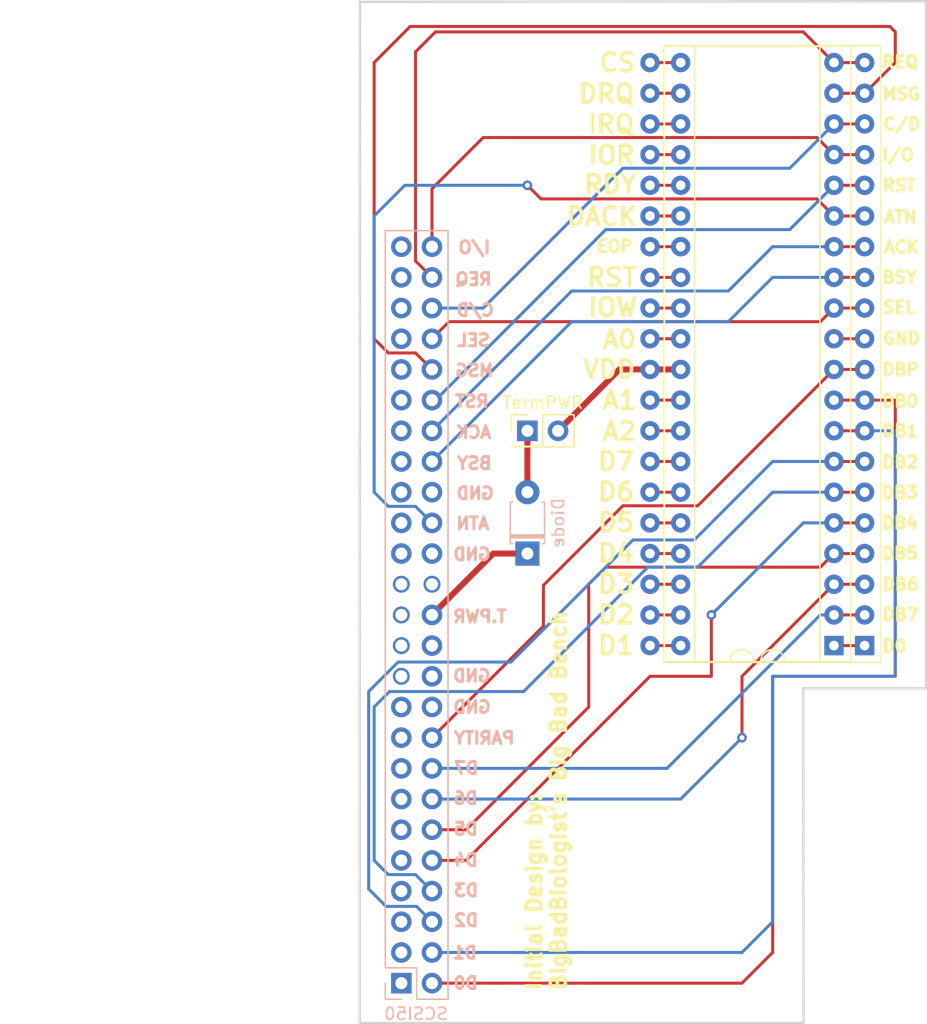
<source format=kicad_pcb>
(kicad_pcb (version 20221018) (generator pcbnew)
  (layers (0 "F.Cu" signal) (1 "In1.Cu" signal) (2 "In2.Cu" signal) (31 "B.Cu" signal) (34 "B.Paste" user) (35 "F.Paste" user) (36 "B.SilkS" user "B.Silkscreen") (37 "F.SilkS" user "F.Silkscreen") (38 "B.Mask" user) (39 "F.Mask" user) (44 "Edge.Cuts" user))
  (net 0 "")
  (net 1 "GND")
  (net 2 "D7")
  (net 3 "D6")
  (net 4 "D5")
  (net 5 "D4")
  (net 6 "D3")
  (net 7 "D2")
  (net 8 "D1")
  (net 9 "D0")
  (net 10 "I/O")
  (net 11 "REQ")
  (net 12 "MSG")
  (net 13 "SEL")
  (net 14 "BSY")
  (net 15 "RST")
  (net 16 "ATN")
  (net 17 "ACK")
  (net 18 "C/D")
  (net 19 "VDD/Tpower")
  (net 20 "parity")
  (footprint "Connector_PinHeader_2.54mm:PinHeader_2x01_P2.54mm_Vertical" (layer "F.Cu") (at 68.58 91.44)
    (fp_text reference "TermPWR" (at 1.27 -2.33) (layer "F.SilkS"))
    (fp_text value "PinHeader_2x01_P2.54mm_Vertical")
    (fp_line (start -1.33 -1.33) (end 0 -1.33) (stroke (width 0.12)) (layer "F.SilkS"))
    (fp_line (start -1.33 0) (end -1.33 -1.33) (stroke (width 0.12)) (layer "F.SilkS"))
    (fp_line (start -1.33 1.27) (end -1.33 1.33) (stroke (width 0.12)) (layer "F.SilkS"))
    (fp_line (start -1.33 1.27) (end 1.27 1.27) (stroke (width 0.12)) (layer "F.SilkS"))
    (fp_line (start -1.33 1.33) (end 3.87 1.33) (stroke (width 0.12)) (layer "F.SilkS"))
    (fp_line (start 1.27 -1.33) (end 3.87 -1.33) (stroke (width 0.12)) (layer "F.SilkS"))
    (fp_line (start 1.27 1.27) (end 1.27 -1.33) (stroke (width 0.12)) (layer "F.SilkS"))
    (fp_line (start 3.87 -1.33) (end 3.87 1.33) (stroke (width 0.12)) (layer "F.SilkS"))
    (pad "1" thru_hole rect (at 0 0) (size 1.7 1.7) (drill 1) (layers "*.Cu" "*.Mask") (net 19 "VDD/Tpower"))
    (pad "2" thru_hole oval (at 2.54 0) (size 1.7 1.7) (drill 1) (layers "*.Cu" "*.Mask") (net 19 "VDD/Tpower"))
  )
  (footprint "Package_DIP:DIP-40_W15.24mm_Socket" (layer "F.Cu") (at 96.52 109.22 180)
    (fp_text reference "<-Socket" hide)
    (fp_text value "DIP-40_W15.24mm_Socket")
    (fp_line (start -1.33 -1.39) (end -1.33 49.65) (stroke (width 0.12)) (layer "F.SilkS"))
    (fp_line (start -1.33 49.65) (end 16.57 49.65) (stroke (width 0.12)) (layer "F.SilkS"))
    (fp_line (start 1.16 -1.33) (end 1.16 49.59) (stroke (width 0.12)) (layer "F.SilkS"))
    (fp_line (start 1.16 49.59) (end 14.08 49.59) (stroke (width 0.12)) (layer "F.SilkS"))
    (fp_line (start 6.62 -1.33) (end 1.16 -1.33) (stroke (width 0.12)) (layer "F.SilkS"))
    (fp_line (start 14.08 -1.33) (end 8.62 -1.33) (stroke (width 0.12)) (layer "F.SilkS"))
    (fp_line (start 14.08 49.59) (end 14.08 -1.33) (stroke (width 0.12)) (layer "F.SilkS"))
    (fp_line (start 16.57 -1.39) (end -1.33 -1.39) (stroke (width 0.12)) (layer "F.SilkS"))
    (fp_line (start 16.57 49.65) (end 16.57 -1.39) (stroke (width 0.12)) (layer "F.SilkS"))
    (fp_arc (start 8.62 -1.33) (mid 7.62 -0.33) (end 6.62 -1.33) (stroke (width 0.12)) (layer "F.SilkS"))
    (pad "1" thru_hole rect (at 0 0 180) (size 1.6 1.6) (drill 0.8) (layers "*.Cu" "*.Mask"))
    (pad "2" thru_hole oval (at 0 2.54 180) (size 1.6 1.6) (drill 0.8) (layers "*.Cu" "*.Mask") (net 2 "D7"))
    (pad "3" thru_hole oval (at 0 5.08 180) (size 1.6 1.6) (drill 0.8) (layers "*.Cu" "*.Mask") (net 3 "D6"))
    (pad "4" thru_hole oval (at 0 7.62 180) (size 1.6 1.6) (drill 0.8) (layers "*.Cu" "*.Mask") (net 4 "D5"))
    (pad "5" thru_hole oval (at 0 10.16 180) (size 1.6 1.6) (drill 0.8) (layers "*.Cu" "*.Mask") (net 5 "D4"))
    (pad "6" thru_hole oval (at 0 12.7 180) (size 1.6 1.6) (drill 0.8) (layers "*.Cu" "*.Mask") (net 6 "D3"))
    (pad "7" thru_hole oval (at 0 15.24 180) (size 1.6 1.6) (drill 0.8) (layers "*.Cu" "*.Mask") (net 7 "D2"))
    (pad "8" thru_hole oval (at 0 17.78 180) (size 1.6 1.6) (drill 0.8) (layers "*.Cu" "*.Mask") (net 8 "D1"))
    (pad "9" thru_hole oval (at 0 20.32 180) (size 1.6 1.6) (drill 0.8) (layers "*.Cu" "*.Mask") (net 9 "D0"))
    (pad "10" thru_hole oval (at 0 22.86 180) (size 1.6 1.6) (drill 0.8) (layers "*.Cu" "*.Mask") (net 20 "parity"))
    (pad "11" thru_hole oval (at 0 25.4 180) (size 1.6 1.6) (drill 0.8) (layers "*.Cu" "*.Mask") (net 1 "GND"))
    (pad "12" thru_hole oval (at 0 27.94 180) (size 1.6 1.6) (drill 0.8) (layers "*.Cu" "*.Mask") (net 13 "SEL"))
    (pad "13" thru_hole oval (at 0 30.48 180) (size 1.6 1.6) (drill 0.8) (layers "*.Cu" "*.Mask") (net 14 "BSY"))
    (pad "14" thru_hole oval (at 0 33.02 180) (size 1.6 1.6) (drill 0.8) (layers "*.Cu" "*.Mask") (net 17 "ACK"))
    (pad "15" thru_hole oval (at 0 35.56 180) (size 1.6 1.6) (drill 0.8) (layers "*.Cu" "*.Mask") (net 16 "ATN"))
    (pad "16" thru_hole oval (at 0 38.1 180) (size 1.6 1.6) (drill 0.8) (layers "*.Cu" "*.Mask") (net 15 "RST"))
    (pad "17" thru_hole oval (at 0 40.64 180) (size 1.6 1.6) (drill 0.8) (layers "*.Cu" "*.Mask") (net 10 "I/O"))
    (pad "18" thru_hole oval (at 0 43.18 180) (size 1.6 1.6) (drill 0.8) (layers "*.Cu" "*.Mask") (net 18 "C/D"))
    (pad "19" thru_hole oval (at 0 45.72 180) (size 1.6 1.6) (drill 0.8) (layers "*.Cu" "*.Mask") (net 12 "MSG"))
    (pad "20" thru_hole oval (at 0 48.26 180) (size 1.6 1.6) (drill 0.8) (layers "*.Cu" "*.Mask") (net 11 "REQ"))
    (pad "21" thru_hole oval (at 15.24 48.26 180) (size 1.6 1.6) (drill 0.8) (layers "*.Cu" "*.Mask"))
    (pad "22" thru_hole oval (at 15.24 45.72 180) (size 1.6 1.6) (drill 0.8) (layers "*.Cu" "*.Mask"))
    (pad "23" thru_hole oval (at 15.24 43.18 180) (size 1.6 1.6) (drill 0.8) (layers "*.Cu" "*.Mask"))
    (pad "24" thru_hole oval (at 15.24 40.64 180) (size 1.6 1.6) (drill 0.8) (layers "*.Cu" "*.Mask"))
    (pad "25" thru_hole oval (at 15.24 38.1 180) (size 1.6 1.6) (drill 0.8) (layers "*.Cu" "*.Mask"))
    (pad "26" thru_hole oval (at 15.24 35.56 180) (size 1.6 1.6) (drill 0.8) (layers "*.Cu" "*.Mask"))
    (pad "27" thru_hole oval (at 15.24 33.02 180) (size 1.6 1.6) (drill 0.8) (layers "*.Cu" "*.Mask"))
    (pad "28" thru_hole oval (at 15.24 30.48 180) (size 1.6 1.6) (drill 0.8) (layers "*.Cu" "*.Mask"))
    (pad "29" thru_hole oval (at 15.24 27.94 180) (size 1.6 1.6) (drill 0.8) (layers "*.Cu" "*.Mask"))
    (pad "30" thru_hole oval (at 15.24 25.4 180) (size 1.6 1.6) (drill 0.8) (layers "*.Cu" "*.Mask"))
    (pad "31" thru_hole oval (at 15.24 22.86 180) (size 1.6 1.6) (drill 0.8) (layers "*.Cu" "*.Mask") (net 19 "VDD/Tpower"))
    (pad "32" thru_hole oval (at 15.24 20.32 180) (size 1.6 1.6) (drill 0.8) (layers "*.Cu" "*.Mask"))
    (pad "33" thru_hole oval (at 15.24 17.78 180) (size 1.6 1.6) (drill 0.8) (layers "*.Cu" "*.Mask"))
    (pad "34" thru_hole oval (at 15.24 15.24 180) (size 1.6 1.6) (drill 0.8) (layers "*.Cu" "*.Mask"))
    (pad "35" thru_hole oval (at 15.24 12.7 180) (size 1.6 1.6) (drill 0.8) (layers "*.Cu" "*.Mask"))
    (pad "36" thru_hole oval (at 15.24 10.16 180) (size 1.6 1.6) (drill 0.8) (layers "*.Cu" "*.Mask"))
    (pad "37" thru_hole oval (at 15.24 7.62 180) (size 1.6 1.6) (drill 0.8) (layers "*.Cu" "*.Mask"))
    (pad "38" thru_hole oval (at 15.24 5.08 180) (size 1.6 1.6) (drill 0.8) (layers "*.Cu" "*.Mask"))
    (pad "39" thru_hole oval (at 15.24 2.54 180) (size 1.6 1.6) (drill 0.8) (layers "*.Cu" "*.Mask"))
    (pad "40" thru_hole oval (at 15.24 0 180) (size 1.6 1.6) (drill 0.8) (layers "*.Cu" "*.Mask"))
  )
  (footprint "Package_DIP:DIP-40_W15.24mm" (layer "F.Cu") (at 93.98 109.22 180)
    (fp_text reference "<-Socket" hide)
    (fp_text value "DIP-40_W15.24mm")
    (fp_line (start 1.16 -1.33) (end 1.16 49.59) (stroke (width 0.12)) (layer "F.SilkS"))
    (fp_line (start 1.16 49.59) (end 14.08 49.59) (stroke (width 0.12)) (layer "F.SilkS"))
    (fp_line (start 6.62 -1.33) (end 1.16 -1.33) (stroke (width 0.12)) (layer "F.SilkS"))
    (fp_line (start 14.08 -1.33) (end 8.62 -1.33) (stroke (width 0.12)) (layer "F.SilkS"))
    (fp_line (start 14.08 49.59) (end 14.08 -1.33) (stroke (width 0.12)) (layer "F.SilkS"))
    (fp_arc (start 8.62 -1.33) (mid 7.62 -0.33) (end 6.62 -1.33) (stroke (width 0.12)) (layer "F.SilkS"))
    (pad "1" thru_hole rect (at 0 0 180) (size 1.6 1.6) (drill 0.8) (layers "*.Cu" "*.Mask"))
    (pad "2" thru_hole oval (at 0 2.54 180) (size 1.6 1.6) (drill 0.8) (layers "*.Cu" "*.Mask") (net 2 "D7"))
    (pad "3" thru_hole oval (at 0 5.08 180) (size 1.6 1.6) (drill 0.8) (layers "*.Cu" "*.Mask") (net 3 "D6"))
    (pad "4" thru_hole oval (at 0 7.62 180) (size 1.6 1.6) (drill 0.8) (layers "*.Cu" "*.Mask") (net 4 "D5"))
    (pad "5" thru_hole oval (at 0 10.16 180) (size 1.6 1.6) (drill 0.8) (layers "*.Cu" "*.Mask") (net 5 "D4"))
    (pad "6" thru_hole oval (at 0 12.7 180) (size 1.6 1.6) (drill 0.8) (layers "*.Cu" "*.Mask") (net 6 "D3"))
    (pad "7" thru_hole oval (at 0 15.24 180) (size 1.6 1.6) (drill 0.8) (layers "*.Cu" "*.Mask") (net 7 "D2"))
    (pad "8" thru_hole oval (at 0 17.78 180) (size 1.6 1.6) (drill 0.8) (layers "*.Cu" "*.Mask") (net 8 "D1"))
    (pad "9" thru_hole oval (at 0 20.32 180) (size 1.6 1.6) (drill 0.8) (layers "*.Cu" "*.Mask") (net 9 "D0"))
    (pad "10" thru_hole oval (at 0 22.86 180) (size 1.6 1.6) (drill 0.8) (layers "*.Cu" "*.Mask") (net 20 "parity"))
    (pad "11" thru_hole oval (at 0 25.4 180) (size 1.6 1.6) (drill 0.8) (layers "*.Cu" "*.Mask") (net 1 "GND"))
    (pad "12" thru_hole oval (at 0 27.94 180) (size 1.6 1.6) (drill 0.8) (layers "*.Cu" "*.Mask") (net 13 "SEL"))
    (pad "13" thru_hole oval (at 0 30.48 180) (size 1.6 1.6) (drill 0.8) (layers "*.Cu" "*.Mask") (net 14 "BSY"))
    (pad "14" thru_hole oval (at 0 33.02 180) (size 1.6 1.6) (drill 0.8) (layers "*.Cu" "*.Mask") (net 17 "ACK"))
    (pad "15" thru_hole oval (at 0 35.56 180) (size 1.6 1.6) (drill 0.8) (layers "*.Cu" "*.Mask") (net 16 "ATN"))
    (pad "16" thru_hole oval (at 0 38.1 180) (size 1.6 1.6) (drill 0.8) (layers "*.Cu" "*.Mask") (net 15 "RST"))
    (pad "17" thru_hole oval (at 0 40.64 180) (size 1.6 1.6) (drill 0.8) (layers "*.Cu" "*.Mask") (net 10 "I/O"))
    (pad "18" thru_hole oval (at 0 43.18 180) (size 1.6 1.6) (drill 0.8) (layers "*.Cu" "*.Mask") (net 18 "C/D"))
    (pad "19" thru_hole oval (at 0 45.72 180) (size 1.6 1.6) (drill 0.8) (layers "*.Cu" "*.Mask") (net 12 "MSG"))
    (pad "20" thru_hole oval (at 0 48.26 180) (size 1.6 1.6) (drill 0.8) (layers "*.Cu" "*.Mask") (net 11 "REQ"))
    (pad "21" thru_hole oval (at 15.24 48.26 180) (size 1.6 1.6) (drill 0.8) (layers "*.Cu" "*.Mask"))
    (pad "22" thru_hole oval (at 15.24 45.72 180) (size 1.6 1.6) (drill 0.8) (layers "*.Cu" "*.Mask"))
    (pad "23" thru_hole oval (at 15.24 43.18 180) (size 1.6 1.6) (drill 0.8) (layers "*.Cu" "*.Mask"))
    (pad "24" thru_hole oval (at 15.24 40.64 180) (size 1.6 1.6) (drill 0.8) (layers "*.Cu" "*.Mask"))
    (pad "25" thru_hole oval (at 15.24 38.1 180) (size 1.6 1.6) (drill 0.8) (layers "*.Cu" "*.Mask"))
    (pad "26" thru_hole oval (at 15.24 35.56 180) (size 1.6 1.6) (drill 0.8) (layers "*.Cu" "*.Mask"))
    (pad "27" thru_hole oval (at 15.24 33.02 180) (size 1.6 1.6) (drill 0.8) (layers "*.Cu" "*.Mask"))
    (pad "28" thru_hole oval (at 15.24 30.48 180) (size 1.6 1.6) (drill 0.8) (layers "*.Cu" "*.Mask"))
    (pad "29" thru_hole oval (at 15.24 27.94 180) (size 1.6 1.6) (drill 0.8) (layers "*.Cu" "*.Mask"))
    (pad "30" thru_hole oval (at 15.24 25.4 180) (size 1.6 1.6) (drill 0.8) (layers "*.Cu" "*.Mask"))
    (pad "31" thru_hole oval (at 15.24 22.86 180) (size 1.6 1.6) (drill 0.8) (layers "*.Cu" "*.Mask") (net 19 "VDD/Tpower"))
    (pad "32" thru_hole oval (at 15.24 20.32 180) (size 1.6 1.6) (drill 0.8) (layers "*.Cu" "*.Mask"))
    (pad "33" thru_hole oval (at 15.24 17.78 180) (size 1.6 1.6) (drill 0.8) (layers "*.Cu" "*.Mask"))
    (pad "34" thru_hole oval (at 15.24 15.24 180) (size 1.6 1.6) (drill 0.8) (layers "*.Cu" "*.Mask"))
    (pad "35" thru_hole oval (at 15.24 12.7 180) (size 1.6 1.6) (drill 0.8) (layers "*.Cu" "*.Mask"))
    (pad "36" thru_hole oval (at 15.24 10.16 180) (size 1.6 1.6) (drill 0.8) (layers "*.Cu" "*.Mask"))
    (pad "37" thru_hole oval (at 15.24 7.62 180) (size 1.6 1.6) (drill 0.8) (layers "*.Cu" "*.Mask"))
    (pad "38" thru_hole oval (at 15.24 5.08 180) (size 1.6 1.6) (drill 0.8) (layers "*.Cu" "*.Mask"))
    (pad "39" thru_hole oval (at 15.24 2.54 180) (size 1.6 1.6) (drill 0.8) (layers "*.Cu" "*.Mask"))
    (pad "40" thru_hole oval (at 15.24 0 180) (size 1.6 1.6) (drill 0.8) (layers "*.Cu" "*.Mask"))
  )
  (footprint "Connector_PinHeader_2.54mm:PinHeader_2x25_P2.54mm_Vertical" (layer "B.Cu") (at 58.133089 137.16)
    (fp_text reference "SCSI50" (at 1.217623 2.54) (layer "B.SilkS") (effects (justify mirror)))
    (fp_text value "PinHeader_2x25_P2.54mm_Vertical")
    (fp_line (start -1.33 -62.29) (end 3.87 -62.29) (stroke (width 0.12)) (layer "B.SilkS"))
    (fp_line (start -1.33 -1.27) (end -1.33 -62.29) (stroke (width 0.12)) (layer "B.SilkS"))
    (fp_line (start -1.33 -1.27) (end 1.27 -1.27) (stroke (width 0.12)) (layer "B.SilkS"))
    (fp_line (start -1.33 0) (end -1.33 1.33) (stroke (width 0.12)) (layer "B.SilkS"))
    (fp_line (start -1.33 1.33) (end 0 1.33) (stroke (width 0.12)) (layer "B.SilkS"))
    (fp_line (start 1.27 -1.27) (end 1.27 1.33) (stroke (width 0.12)) (layer "B.SilkS"))
    (fp_line (start 1.27 1.33) (end 3.87 1.33) (stroke (width 0.12)) (layer "B.SilkS"))
    (fp_line (start 3.87 1.33) (end 3.87 -62.29) (stroke (width 0.12)) (layer "B.SilkS"))
    (pad "1" thru_hole rect (at 0 0) (size 1.7 1.7) (drill 1) (layers "*.Cu" "*.Mask") (net 1 "GND"))
    (pad "2" thru_hole oval (at 2.54 0) (size 1.7 1.7) (drill 1) (layers "*.Cu" "*.Mask") (net 9 "D0"))
    (pad "3" thru_hole oval (at 0 -2.54) (size 1.7 1.7) (drill 1) (layers "*.Cu" "*.Mask") (net 1 "GND"))
    (pad "4" thru_hole oval (at 2.54 -2.54) (size 1.7 1.7) (drill 1) (layers "*.Cu" "*.Mask") (net 8 "D1"))
    (pad "5" thru_hole oval (at 0 -5.08) (size 1.7 1.7) (drill 1) (layers "*.Cu" "*.Mask") (net 1 "GND"))
    (pad "6" thru_hole oval (at 2.54 -5.08) (size 1.7 1.7) (drill 1) (layers "*.Cu" "*.Mask") (net 7 "D2"))
    (pad "7" thru_hole oval (at 0 -7.62) (size 1.7 1.7) (drill 1) (layers "*.Cu" "*.Mask") (net 1 "GND"))
    (pad "8" thru_hole oval (at 2.54 -7.62) (size 1.7 1.7) (drill 1) (layers "*.Cu" "*.Mask") (net 6 "D3"))
    (pad "9" thru_hole oval (at 0 -10.16) (size 1.7 1.7) (drill 1) (layers "*.Cu" "*.Mask") (net 1 "GND"))
    (pad "10" thru_hole oval (at 2.54 -10.16) (size 1.7 1.7) (drill 1) (layers "*.Cu" "*.Mask") (net 5 "D4"))
    (pad "11" thru_hole oval (at 0 -12.7) (size 1.7 1.7) (drill 1) (layers "*.Cu" "*.Mask") (net 1 "GND"))
    (pad "12" thru_hole oval (at 2.54 -12.7) (size 1.7 1.7) (drill 1) (layers "*.Cu" "*.Mask") (net 4 "D5"))
    (pad "13" thru_hole oval (at 0 -15.24) (size 1.7 1.7) (drill 1) (layers "*.Cu" "*.Mask") (net 1 "GND"))
    (pad "14" thru_hole oval (at 2.54 -15.24) (size 1.7 1.7) (drill 1) (layers "*.Cu" "*.Mask") (net 3 "D6"))
    (pad "15" thru_hole oval (at 0 -17.78) (size 1.7 1.7) (drill 1) (layers "*.Cu" "*.Mask") (net 1 "GND"))
    (pad "16" thru_hole oval (at 2.54 -17.78) (size 1.7 1.7) (drill 1) (layers "*.Cu" "*.Mask") (net 2 "D7"))
    (pad "17" thru_hole oval (at 0 -20.32) (size 1.7 1.7) (drill 1) (layers "*.Cu" "*.Mask") (net 1 "GND"))
    (pad "18" thru_hole oval (at 2.54 -20.32) (size 1.7 1.7) (drill 1) (layers "*.Cu" "*.Mask") (net 20 "parity"))
    (pad "19" thru_hole oval (at 0 -22.86) (size 1.7 1.7) (drill 1) (layers "*.Cu" "*.Mask") (net 1 "GND"))
    (pad "20" thru_hole oval (at 2.54 -22.86) (size 1.7 1.7) (drill 1) (layers "*.Cu" "*.Mask") (net 1 "GND"))
    (pad "21" thru_hole oval (at 0 -25.4) (size 1.4 1.4) (drill 1) (layers "*.Cu" "*.Mask"))
    (pad "22" thru_hole oval (at 2.54 -25.4) (size 1.7 1.7) (drill 1) (layers "*.Cu" "*.Mask") (net 1 "GND"))
    (pad "23" thru_hole oval (at 0 -27.94) (size 1.4 1.4) (drill 1) (layers "*.Cu" "*.Mask"))
    (pad "24" thru_hole oval (at 2.54 -27.94) (size 1.7 1.7) (drill 1) (layers "*.Cu" "*.Mask"))
    (pad "25" thru_hole oval (at 0 -30.48) (size 1.4 1.4) (drill 1) (layers "*.Cu" "*.Mask"))
    (pad "26" thru_hole oval (at 2.54 -30.48) (size 1.7 1.7) (drill 1) (layers "*.Cu" "*.Mask") (net 19 "VDD/Tpower"))
    (pad "27" thru_hole oval (at 0 -33.02) (size 1.4 1.4) (drill 1) (layers "*.Cu" "*.Mask"))
    (pad "28" thru_hole oval (at 2.54 -33.02) (size 1.4 1.4) (drill 1) (layers "*.Cu" "*.Mask"))
    (pad "29" thru_hole oval (at 0 -35.56) (size 1.7 1.7) (drill 1) (layers "*.Cu" "*.Mask") (net 1 "GND"))
    (pad "30" thru_hole oval (at 2.54 -35.56) (size 1.7 1.7) (drill 1) (layers "*.Cu" "*.Mask") (net 1 "GND"))
    (pad "31" thru_hole oval (at 0 -38.1) (size 1.7 1.7) (drill 1) (layers "*.Cu" "*.Mask") (net 1 "GND"))
    (pad "32" thru_hole oval (at 2.54 -38.1) (size 1.7 1.7) (drill 1) (layers "*.Cu" "*.Mask") (net 16 "ATN"))
    (pad "33" thru_hole oval (at 0 -40.64) (size 1.7 1.7) (drill 1) (layers "*.Cu" "*.Mask") (net 1 "GND"))
    (pad "34" thru_hole oval (at 2.54 -40.64) (size 1.7 1.7) (drill 1) (layers "*.Cu" "*.Mask") (net 1 "GND"))
    (pad "35" thru_hole oval (at 0 -43.18) (size 1.7 1.7) (drill 1) (layers "*.Cu" "*.Mask") (net 1 "GND"))
    (pad "36" thru_hole oval (at 2.54 -43.18) (size 1.7 1.7) (drill 1) (layers "*.Cu" "*.Mask") (net 14 "BSY"))
    (pad "37" thru_hole oval (at 0 -45.72) (size 1.7 1.7) (drill 1) (layers "*.Cu" "*.Mask") (net 1 "GND"))
    (pad "38" thru_hole oval (at 2.54 -45.72) (size 1.7 1.7) (drill 1) (layers "*.Cu" "*.Mask") (net 17 "ACK"))
    (pad "39" thru_hole oval (at 0 -48.26) (size 1.7 1.7) (drill 1) (layers "*.Cu" "*.Mask") (net 1 "GND"))
    (pad "40" thru_hole oval (at 2.54 -48.26) (size 1.7 1.7) (drill 1) (layers "*.Cu" "*.Mask") (net 15 "RST"))
    (pad "41" thru_hole oval (at 0 -50.8) (size 1.7 1.7) (drill 1) (layers "*.Cu" "*.Mask") (net 1 "GND"))
    (pad "42" thru_hole oval (at 2.54 -50.8) (size 1.7 1.7) (drill 1) (layers "*.Cu" "*.Mask") (net 12 "MSG"))
    (pad "43" thru_hole oval (at 0 -53.34) (size 1.7 1.7) (drill 1) (layers "*.Cu" "*.Mask") (net 1 "GND"))
    (pad "44" thru_hole oval (at 2.54 -53.34) (size 1.7 1.7) (drill 1) (layers "*.Cu" "*.Mask") (net 13 "SEL"))
    (pad "45" thru_hole oval (at 0 -55.88) (size 1.7 1.7) (drill 1) (layers "*.Cu" "*.Mask") (net 1 "GND"))
    (pad "46" thru_hole oval (at 2.54 -55.88) (size 1.7 1.7) (drill 1) (layers "*.Cu" "*.Mask") (net 18 "C/D"))
    (pad "47" thru_hole oval (at 0 -58.42) (size 1.7 1.7) (drill 1) (layers "*.Cu" "*.Mask") (net 1 "GND"))
    (pad "48" thru_hole oval (at 2.54 -58.42) (size 1.7 1.7) (drill 1) (layers "*.Cu" "*.Mask") (net 11 "REQ"))
    (pad "49" thru_hole oval (at 0 -60.96) (size 1.7 1.7) (drill 1) (layers "*.Cu" "*.Mask") (net 1 "GND"))
    (pad "50" thru_hole oval (at 2.54 -60.96) (size 1.7 1.7) (drill 1) (layers "*.Cu" "*.Mask") (net 10 "I/O"))
  )
  (footprint "Diode_THT:D_T-1_P5.08mm_Horizontal" (layer "B.Cu") (at 68.58 101.6 90)
    (fp_text reference "Diode" (at 2.54 2.54 90) (layer "B.SilkS") (effects (justify mirror)))
    (fp_text value "D_T-1_P5.08mm_Horizontal")
    (fp_line (start 0.82 -1.42) (end 4.26 -1.42) (stroke (width 0.12)) (layer "B.SilkS"))
    (fp_line (start 0.82 -1.24) (end 0.82 -1.42) (stroke (width 0.12)) (layer "B.SilkS"))
    (fp_line (start 0.82 1.24) (end 0.82 1.42) (stroke (width 0.12)) (layer "B.SilkS"))
    (fp_line (start 0.82 1.42) (end 4.26 1.42) (stroke (width 0.12)) (layer "B.SilkS"))
    (fp_line (start 1.3 1.42) (end 1.3 -1.42) (stroke (width 0.12)) (layer "B.SilkS"))
    (fp_line (start 1.42 1.42) (end 1.42 -1.42) (stroke (width 0.12)) (layer "B.SilkS"))
    (fp_line (start 1.54 1.42) (end 1.54 -1.42) (stroke (width 0.12)) (layer "B.SilkS"))
    (fp_line (start 4.26 -1.42) (end 4.26 -1.24) (stroke (width 0.12)) (layer "B.SilkS"))
    (fp_line (start 4.26 1.42) (end 4.26 1.24) (stroke (width 0.12)) (layer "B.SilkS"))
    (pad "1" thru_hole rect (at 0 0 90) (size 2 2) (drill 1) (layers "*.Cu" "*.Mask") (net 19 "VDD/Tpower"))
    (pad "2" thru_hole oval (at 5.08 0 90) (size 2 2) (drill 1) (layers "*.Cu" "*.Mask") (net 19 "VDD/Tpower"))
  )
  (gr_line (start 101.6 55.88) (end 54.69699 55.935269) (stroke (width 0.2)) (layer "Edge.Cuts"))
  (gr_line (start 54.68085 140.457557) (end 91.457532 140.457557) (stroke (width 0.2)) (layer "Edge.Cuts"))
  (gr_line (start 54.69699 55.935269) (end 54.68085 140.457557) (stroke (width 0.2)) (layer "Edge.Cuts"))
  (gr_line (start 91.457532 140.457557) (end 91.44 112.75716) (stroke (width 0.2)) (layer "Edge.Cuts"))
  (gr_line (start 91.44 112.75716) (end 101.6 112.75716) (stroke (width 0.2)) (layer "Edge.Cuts"))
  (gr_line (start 101.6 112.75716) (end 101.6 55.88) (stroke (width 0.2)) (layer "Edge.Cuts"))
  (gr_text "REQ" (at 64.118759 78.895051) (layer "B.SilkS") (effects (font (size 1 1) (thickness 0.25)) (justify mirror)))
  (gr_text "D0" (at 63.464136 137.157731) (layer "B.SilkS") (effects (font (size 1 1) (thickness 0.25)) (justify mirror)))
  (gr_text "D3" (at 63.5 129.482887) (layer "B.SilkS") (effects (font (size 1 1) (thickness 0.25)) (justify mirror)))
  (gr_text "GND" (at 63.987494 101.6696) (layer "B.SilkS") (effects (font (size 1 1) (thickness 0.25)) (justify mirror)))
  (gr_text "GND" (at 63.973377 111.721547) (layer "B.SilkS") (effects (font (size 1 1) (thickness 0.25)) (justify mirror)))
  (gr_text "D6" (at 63.456687 121.854425) (layer "B.SilkS") (effects (font (size 1 1) (thickness 0.25)) (justify mirror)))
  (gr_text "RST" (at 63.987494 89.002488) (layer "B.SilkS") (effects (font (size 1 1) (thickness 0.25)) (justify mirror)))
  (gr_text "D5" (at 63.464136 124.390233) (layer "B.SilkS") (effects (font (size 1 1) (thickness 0.25)) (justify mirror)))
  (gr_text "GND" (at 64.250025 96.615881) (layer "B.SilkS") (effects (font (size 1 1) (thickness 0.25)) (justify mirror)))
  (gr_text "D7" (at 63.514097 119.357087) (layer "B.SilkS") (effects (font (size 1 1) (thickness 0.25)) (justify mirror)))
  (gr_text "MSG" (at 64.184392 86.442812) (layer "B.SilkS") (effects (font (size 1 1) (thickness 0.25)) (justify mirror)))
  (gr_text "ATN" (at 64.053126 99.109924) (layer "B.SilkS") (effects (font (size 1 1) (thickness 0.25)) (justify mirror)))
  (gr_text "I/O" (at 64.184392 76.269743) (layer "B.SilkS") (effects (font (size 1 1) (thickness 0.25)) (justify mirror)))
  (gr_text "T.PWR" (at 64.643924 106.810466) (layer "B.SilkS") (effects (font (size 1 1) (thickness 0.25)) (justify mirror)))
  (gr_text "GND" (at 64.002082 114.305) (layer "B.SilkS") (effects (font (size 1 1) (thickness 0.25)) (justify mirror)))
  (gr_text "D1" (at 63.392408 134.647268) (layer "B.SilkS") (effects (font (size 1 1) (thickness 0.25)) (justify mirror)))
  (gr_text "D2" (at 63.5 131.957486) (layer "B.SilkS") (effects (font (size 1 1) (thickness 0.25)) (justify mirror)))
  (gr_text "BSY" (at 64.184392 94.121839) (layer "B.SilkS") (effects (font (size 1 1) (thickness 0.25)) (justify mirror)))
  (gr_text "SEL" (at 64.118759 83.948769) (layer "B.SilkS") (effects (font (size 1 1) (thickness 0.25)) (justify mirror)))
  (gr_text "PARITY" (at 65.001705 116.872841) (layer "B.SilkS") (effects (font (size 1 1) (thickness 0.25)) (justify mirror)))
  (gr_text "D4" (at 63.464136 126.972424) (layer "B.SilkS") (effects (font (size 1 1) (thickness 0.25)) (justify mirror)))
  (gr_text "ACK" (at 64.118759 91.562163) (layer "B.SilkS") (effects (font (size 1 1) (thickness 0.25)) (justify mirror)))
  (gr_text "C/D" (at 64.250025 81.454726) (layer "B.SilkS") (effects (font (size 1 1) (thickness 0.25)) (justify mirror)))
  (gr_text "CS" (at 76.042053 60.96) (layer "F.SilkS") (effects (font (size 1.5 1.5) (thickness 0.3))))
  (gr_text "IOR" (at 75.556423 68.622168) (layer "F.SilkS") (effects (font (size 1.5 1.5) (thickness 0.3))))
  (gr_text "A1" (at 76.2 88.895602) (layer "F.SilkS") (effects (font (size 1.5 1.5) (thickness 0.3))))
  (gr_text "SEL" (at 99.385303 81.228264) (layer "F.SilkS") (effects (font (size 1 1) (thickness 0.25))))
  (gr_text "D4" (at 75.925972 101.579007) (layer "F.SilkS") (effects (font (size 1.5 1.5) (thickness 0.3))))
  (gr_text "D6" (at 75.925972 96.499007) (layer "F.SilkS") (effects (font (size 1.5 1.5) (thickness 0.3))))
  (gr_text "DRQ" (at 75.124751 63.550028) (layer "F.SilkS") (effects (font (size 1.5 1.5) (thickness 0.3))))
  (gr_text "RST" (at 75.562619 78.74) (layer "F.SilkS") (effects (font (size 1.5 1.5) (thickness 0.3))))
  (gr_text "IOW" (at 75.647603 81.247031) (layer "F.SilkS") (effects (font (size 1.5 1.5) (thickness 0.3))))
  (gr_text "I/O" (at 99.283318 68.613864) (layer "F.SilkS") (effects (font (size 1 1) (thickness 0.25))))
  (gr_text "MSG" (at 99.556264 63.551967) (layer "F.SilkS") (effects (font (size 1 1) (thickness 0.25))))
  (gr_text "DB6" (at 99.514274 104.158088) (layer "F.SilkS") (effects (font (size 1 1) (thickness 0.25))))
  (gr_text "DBP" (at 99.498847 86.371641) (layer "F.SilkS") (effects (font (size 1 1) (thickness 0.25))))
  (gr_text "RST" (at 99.382571 71.144813) (layer "F.SilkS") (effects (font (size 1 1) (thickness 0.25))))
  (gr_text "A2" (at 76.2 91.487617) (layer "F.SilkS") (effects (font (size 1.5 1.5) (thickness 0.3))))
  (gr_text "D3" (at 75.925972 104.119007) (layer "F.SilkS") (effects (font (size 1.5 1.5) (thickness 0.3))))
  (gr_text "EOP" (at 75.812667 76.160506) (layer "F.SilkS") (effects (font (size 1 1) (thickness 0.25))))
  (gr_text "REQ" (at 99.470834 60.918916) (layer "F.SilkS") (effects (font (size 1 1) (thickness 0.25))))
  (gr_text "D0" (at 98.995103 109.252448) (layer "F.SilkS") (effects (font (size 1 1) (thickness 0.25))))
  (gr_text "D1\n" (at 75.925972 109.199007) (layer "F.SilkS") (effects (font (size 1.5 1.5) (thickness 0.3))))
  (gr_text "Initial Design by:\nBigBadBiologist's Big Bad Bench" (at 70.146361 137.88396 90) (layer "F.SilkS") (effects (font (size 1.25 1.25) (thickness 0.3)) (justify left)))
  (gr_text "IRQ" (at 75.502464 66.086098) (layer "F.SilkS") (effects (font (size 1.5 1.5) (thickness 0.3))))
  (gr_text "DB3" (at 99.443991 96.547427) (layer "F.SilkS") (effects (font (size 1 1) (thickness 0.25))))
  (gr_text "BSY" (at 99.412411 78.734273) (layer "F.SilkS") (effects (font (size 1 1) (thickness 0.25))))
  (gr_text "VDD" (at 75.350158 86.346078) (layer "F.SilkS") (effects (font (size 1.5 1.5) (thickness 0.3))))
  (gr_text "D5" (at 75.925972 99.039007) (layer "F.SilkS") (effects (font (size 1.5 1.5) (thickness 0.3))))
  (gr_text "DB0" (at 99.471419 88.977301) (layer "F.SilkS") (effects (font (size 1 1) (thickness 0.25))))
  (gr_text "C/D" (at 99.60589 66.058102) (layer "F.SilkS") (effects (font (size 1 1) (thickness 0.25))))
  (gr_text "ACK" (at 99.581077 76.231523) (layer "F.SilkS") (effects (font (size 1 1) (thickness 0.25))))
  (gr_text "GND" (at 99.575063 83.803582) (layer "F.SilkS") (effects (font (size 1 1) (thickness 0.25))))
  (gr_text "A0" (at 76.2 83.886713) (layer "F.SilkS") (effects (font (size 1.5 1.5) (thickness 0.3))))
  (gr_text "DB7" (at 99.481825 106.656596) (layer "F.SilkS") (effects (font (size 1 1) (thickness 0.25))))
  (gr_text "DB2" (at 99.471419 94.024052) (layer "F.SilkS") (effects (font (size 1 1) (thickness 0.25))))
  (gr_text "DACK" (at 74.747039 73.694307) (layer "F.SilkS") (effects (font (size 1.5 1.5) (thickness 0.3))))
  (gr_text "D7" (at 75.925972 93.959007) (layer "F.SilkS") (effects (font (size 1.5 1.5) (thickness 0.3))))
  (gr_text "DB4" (at 99.449377 99.063729) (layer "F.SilkS") (effects (font (size 1 1) (thickness 0.25))))
  (gr_text "DB5" (at 99.449377 101.594685) (layer "F.SilkS") (effects (font (size 1 1) (thickness 0.25))))
  (gr_text "RDY" (at 75.448505 71.050319) (layer "F.SilkS") (effects (font (size 1.5 1.5) (thickness 0.3))))
  (gr_text "ATN" (at 99.481824 73.750201) (layer "F.SilkS") (effects (font (size 1 1) (thickness 0.25))))
  (gr_text "D2" (at 75.925972 106.659007) (layer "F.SilkS") (effects (font (size 1.5 1.5) (thickness 0.3))))
  (gr_text "DB1" (at 99.471419 91.44582) (layer "F.SilkS") (effects (font (size 1 1) (thickness 0.25))))
  (segment (start 78.74 81.28) (end 81.28 81.28) (width 0.25) (layer "F.Cu") (net 0))
  (segment (start 78.74 60.96) (end 81.28 60.96) (width 0.25) (layer "F.Cu") (net 0))
  (segment (start 78.74 93.98) (end 81.28 93.98) (width 0.25) (layer "F.Cu") (net 0))
  (segment (start 78.74 66.04) (end 81.28 66.04) (width 0.25) (layer "F.Cu") (net 0))
  (segment (start 78.74 91.44) (end 81.28 91.44) (width 0.25) (layer "F.Cu") (net 0))
  (segment (start 78.74 83.82) (end 81.28 83.82) (width 0.25) (layer "F.Cu") (net 0))
  (segment (start 78.74 63.5) (end 81.28 63.5) (width 0.25) (layer "F.Cu") (net 0))
  (segment (start 78.74 71.12) (end 81.28 71.12) (width 0.25) (layer "F.Cu") (net 0))
  (segment (start 78.74 109.22) (end 81.28 109.22) (width 0.25) (layer "F.Cu") (net 0))
  (segment (start 78.74 88.9) (end 81.28 88.9) (width 0.25) (layer "F.Cu") (net 0))
  (segment (start 78.74 101.6) (end 81.28 101.6) (width 0.25) (layer "F.Cu") (net 0))
  (segment (start 78.74 99.06) (end 81.28 99.06) (width 0.25) (layer "F.Cu") (net 0))
  (segment (start 93.98 109.22) (end 96.52 109.22) (width 0.25) (layer "F.Cu") (net 0))
  (segment (start 78.74 78.74) (end 81.28 78.74) (width 0.25) (layer "F.Cu") (net 0))
  (segment (start 78.74 68.58) (end 81.28 68.58) (width 0.25) (layer "F.Cu") (net 0))
  (segment (start 78.74 106.68) (end 81.28 106.68) (width 0.25) (layer "F.Cu") (net 0))
  (segment (start 78.74 96.52) (end 81.28 96.52) (width 0.25) (layer "F.Cu") (net 0))
  (segment (start 78.74 76.2) (end 81.28 76.2) (width 0.25) (layer "F.Cu") (net 0))
  (segment (start 78.74 73.66) (end 81.28 73.66) (width 0.25) (layer "F.Cu") (net 0))
  (segment (start 78.74 104.14) (end 81.28 104.14) (width 0.25) (layer "F.Cu") (net 0))
  (segment (start 93.98 83.82) (end 96.52 83.82) (width 0.25) (layer "F.Cu") (net 1))
  (segment (start 93.98 106.68) (end 96.52 106.68) (width 0.25) (layer "F.Cu") (net 2))
  (segment (start 92.84863 106.68) (end 80.14863 119.38) (width 0.25) (layer "B.Cu") (net 2))
  (segment (start 93.98 106.68) (end 92.84863 106.68) (width 0.25) (layer "B.Cu") (net 2))
  (segment (start 80.14863 119.38) (end 60.673089 119.38) (width 0.25) (layer "B.Cu") (net 2))
  (segment (start 86.36 116.84) (end 86.36 111.76) (width 0.25) (layer "F.Cu") (net 3))
  (segment (start 86.36 111.76) (end 93.98 104.14) (width 0.25) (layer "F.Cu") (net 3))
  (segment (start 93.98 104.14) (end 96.52 104.14) (width 0.25) (layer "F.Cu") (net 3))
  (via (at 86.36 116.84) (size 0.8) (drill 0.4) (layers "F.Cu" "B.Cu") (net 3))
  (segment (start 81.28 121.92) (end 60.673089 121.92) (width 0.25) (layer "B.Cu") (net 3))
  (segment (start 86.36 116.84) (end 81.28 121.92) (width 0.25) (layer "B.Cu") (net 3))
  (segment (start 73.66 104.14) (end 73.66 114.3) (width 0.25) (layer "F.Cu") (net 4))
  (segment (start 73.66 114.3) (end 63.5 124.46) (width 0.25) (layer "F.Cu") (net 4))
  (segment (start 93.98 101.6) (end 96.52 101.6) (width 0.25) (layer "F.Cu") (net 4))
  (segment (start 92.855 102.725) (end 75.075 102.725) (width 0.25) (layer "F.Cu") (net 4))
  (segment (start 75.075 102.725) (end 73.66 104.14) (width 0.25) (layer "F.Cu") (net 4))
  (segment (start 63.5 124.46) (end 60.673089 124.46) (width 0.25) (layer "F.Cu") (net 4))
  (segment (start 93.98 101.6) (end 92.855 102.725) (width 0.25) (layer "F.Cu") (net 4))
  (segment (start 93.98 99.06) (end 96.52 99.06) (width 0.25) (layer "F.Cu") (net 5))
  (segment (start 78.74 111.76) (end 63.5 127) (width 0.25) (layer "F.Cu") (net 5))
  (segment (start 63.5 127) (end 60.673089 127) (width 0.25) (layer "F.Cu") (net 5))
  (segment (start 83.82 106.68) (end 83.82 111.76) (width 0.25) (layer "F.Cu") (net 5))
  (segment (start 83.82 111.76) (end 78.74 111.76) (width 0.25) (layer "F.Cu") (net 5))
  (via (at 83.82 106.68) (size 0.8) (drill 0.4) (layers "F.Cu" "B.Cu") (net 5))
  (segment (start 91.44 99.06) (end 93.98 99.06) (width 0.25) (layer "B.Cu") (net 5))
  (segment (start 83.82 106.68) (end 91.44 99.06) (width 0.25) (layer "B.Cu") (net 5))
  (segment (start 93.98 96.52) (end 96.52 96.52) (width 0.25) (layer "F.Cu") (net 6))
  (segment (start 57.156778 113.023222) (end 55.88 114.3) (width 0.25) (layer "B.Cu") (net 6))
  (segment (start 55.88 114.3) (end 55.88 127) (width 0.25) (layer "B.Cu") (net 6))
  (segment (start 57.055 128.175) (end 59.308089 128.175) (width 0.25) (layer "B.Cu") (net 6))
  (segment (start 59.308089 128.175) (end 60.673089 129.54) (width 0.25) (layer "B.Cu") (net 6))
  (segment (start 82.695 102.725) (end 88.9 96.52) (width 0.25) (layer "B.Cu") (net 6))
  (segment (start 55.88 127) (end 57.055 128.175) (width 0.25) (layer "B.Cu") (net 6))
  (segment (start 78.564009 102.725) (end 82.695 102.725) (width 0.25) (layer "B.Cu") (net 6))
  (segment (start 88.9 96.52) (end 93.98 96.52) (width 0.25) (layer "B.Cu") (net 6))
  (segment (start 68.265787 113.023222) (end 78.564009 102.725) (width 0.25) (layer "B.Cu") (net 6))
  (segment (start 68.265787 113.023222) (end 57.156778 113.023222) (width 0.25) (layer "B.Cu") (net 6))
  (segment (start 93.98 93.98) (end 96.52 93.98) (width 0.25) (layer "F.Cu") (net 7))
  (segment (start 55.43 113.01352) (end 55.43 129.368355) (width 0.25) (layer "B.Cu") (net 7))
  (segment (start 57.86352 110.58) (end 55.43 113.01352) (width 0.25) (layer "B.Cu") (net 7))
  (segment (start 59.398811 130.805722) (end 60.673089 132.08) (width 0.25) (layer "B.Cu") (net 7))
  (segment (start 77.325 100.475) (end 67.22 110.58) (width 0.25) (layer "B.Cu") (net 7))
  (segment (start 88.9 93.98) (end 82.405 100.475) (width 0.25) (layer "B.Cu") (net 7))
  (segment (start 55.43 129.368355) (end 56.867367 130.805722) (width 0.25) (layer "B.Cu") (net 7))
  (segment (start 93.98 93.98) (end 88.9 93.98) (width 0.25) (layer "B.Cu") (net 7))
  (segment (start 67.22 110.58) (end 57.86352 110.58) (width 0.25) (layer "B.Cu") (net 7))
  (segment (start 82.405 100.475) (end 77.325 100.475) (width 0.25) (layer "B.Cu") (net 7))
  (segment (start 56.867367 130.805722) (end 59.398811 130.805722) (width 0.25) (layer "B.Cu") (net 7))
  (segment (start 93.98 91.44) (end 96.52 91.44) (width 0.25) (layer "F.Cu") (net 8))
  (segment (start 86.36 134.62) (end 88.9 132.08) (width 0.25) (layer "B.Cu") (net 8))
  (segment (start 99.06 111.76) (end 99.06 91.44) (width 0.25) (layer "B.Cu") (net 8))
  (segment (start 88.9 111.76) (end 99.06 111.76) (width 0.25) (layer "B.Cu") (net 8))
  (segment (start 99.06 91.44) (end 96.52 91.44) (width 0.25) (layer "B.Cu") (net 8))
  (segment (start 86.36 134.62) (end 60.96 134.62) (width 0.25) (layer "B.Cu") (net 8))
  (segment (start 88.9 132.08) (end 88.9 111.76) (width 0.25) (layer "B.Cu") (net 8))
  (segment (start 88.9 134.62) (end 88.9 111.76) (width 0.25) (layer "F.Cu") (net 9))
  (segment (start 99.06 88.9) (end 96.52 88.9) (width 0.25) (layer "F.Cu") (net 9))
  (segment (start 99.06 111.76) (end 99.06 88.9) (width 0.25) (layer "F.Cu") (net 9))
  (segment (start 86.36 137.16) (end 60.673089 137.16) (width 0.25) (layer "F.Cu") (net 9))
  (segment (start 86.36 137.16) (end 88.9 134.62) (width 0.25) (layer "F.Cu") (net 9))
  (segment (start 93.98 88.9) (end 96.52 88.9) (width 0.25) (layer "F.Cu") (net 9))
  (segment (start 88.9 111.76) (end 99.06 111.76) (width 0.25) (layer "F.Cu") (net 9))
  (segment (start 64.915 67.165) (end 92.565 67.165) (width 0.25) (layer "F.Cu") (net 10))
  (segment (start 64.915 67.165) (end 60.673089 71.406911) (width 0.25) (layer "F.Cu") (net 10))
  (segment (start 60.673089 71.406911) (end 60.673089 76.2) (width 0.25) (layer "F.Cu") (net 10))
  (segment (start 92.565 67.165) (end 93.98 68.58) (width 0.25) (layer "F.Cu") (net 10))
  (segment (start 93.98 68.58) (end 96.52 68.58) (width 0.25) (layer "F.Cu") (net 10))
  (segment (start 59.308089 77.375) (end 60.673089 78.74) (width 0.25) (layer "F.Cu") (net 11))
  (segment (start 91.44 58.42) (end 93.98 60.96) (width 0.25) (layer "F.Cu") (net 11))
  (segment (start 60.96 58.42) (end 91.44 58.42) (width 0.25) (layer "F.Cu") (net 11))
  (segment (start 93.98 60.96) (end 96.52 60.96) (width 0.25) (layer "F.Cu") (net 11))
  (segment (start 60.96 58.42) (end 59.308089 60.071911) (width 0.25) (layer "F.Cu") (net 11))
  (segment (start 59.308089 60.071911) (end 59.308089 77.375) (width 0.25) (layer "F.Cu") (net 11))
  (segment (start 58.87 57.97) (end 98.61 57.97) (width 0.25) (layer "F.Cu") (net 12))
  (segment (start 57.055 84.995) (end 59.308089 84.995) (width 0.25) (layer "F.Cu") (net 12))
  (segment (start 99.06 58.42) (end 99.06 60.96) (width 0.25) (layer "F.Cu") (net 12))
  (segment (start 98.61 57.97) (end 99.06 58.42) (width 0.25) (layer "F.Cu") (net 12))
  (segment (start 55.88 60.96) (end 55.88 83.82) (width 0.25) (layer "F.Cu") (net 12))
  (segment (start 93.98 63.5) (end 96.52 63.5) (width 0.25) (layer "F.Cu") (net 12))
  (segment (start 99.06 60.96) (end 96.52 63.5) (width 0.25) (layer "F.Cu") (net 12))
  (segment (start 55.88 60.96) (end 58.87 57.97) (width 0.25) (layer "F.Cu") (net 12))
  (segment (start 55.88 83.82) (end 57.055 84.995) (width 0.25) (layer "F.Cu") (net 12))
  (segment (start 59.308089 84.995) (end 60.673089 86.36) (width 0.25) (layer "F.Cu") (net 12))
  (segment (start 93.98 81.28) (end 92.855 82.405) (width 0.25) (layer "F.Cu") (net 13))
  (segment (start 92.855 82.405) (end 62.088089 82.405) (width 0.25) (layer "F.Cu") (net 13))
  (segment (start 93.98 81.28) (end 96.52 81.28) (width 0.25) (layer "F.Cu") (net 13))
  (segment (start 62.088089 82.405) (end 60.673089 83.82) (width 0.25) (layer "F.Cu") (net 13))
  (segment (start 93.98 78.74) (end 96.52 78.74) (width 0.25) (layer "F.Cu") (net 14))
  (segment (start 88.9 78.74) (end 85.235 82.405) (width 0.25) (layer "B.Cu") (net 14))
  (segment (start 93.98 78.74) (end 88.9 78.74) (width 0.25) (layer "B.Cu") (net 14))
  (segment (start 85.235 82.405) (end 72.248089 82.405) (width 0.25) (layer "B.Cu") (net 14))
  (segment (start 72.248089 82.405) (end 60.673089 93.98) (width 0.25) (layer "B.Cu") (net 14))
  (segment (start 93.98 71.12) (end 96.52 71.12) (width 0.25) (layer "F.Cu") (net 15))
  (segment (start 90.315 74.785) (end 75.075 74.785) (width 0.25) (layer "B.Cu") (net 15))
  (segment (start 60.96 88.9) (end 75.075 74.785) (width 0.25) (layer "B.Cu") (net 15))
  (segment (start 90.315 74.785) (end 93.98 71.12) (width 0.25) (layer "B.Cu") (net 15))
  (segment (start 93.98 73.66) (end 96.52 73.66) (width 0.25) (layer "F.Cu") (net 16))
  (segment (start 68.58 71.12) (end 69.705 72.245) (width 0.25) (layer "F.Cu") (net 16))
  (segment (start 69.705 72.245) (end 92.565 72.245) (width 0.25) (layer "F.Cu") (net 16))
  (segment (start 92.565 72.245) (end 93.98 73.66) (width 0.25) (layer "F.Cu") (net 16))
  (via (at 68.58 71.12) (size 0.8) (drill 0.4) (layers "F.Cu" "B.Cu") (net 16))
  (segment (start 57.055 97.695) (end 59.308089 97.695) (width 0.25) (layer "B.Cu") (net 16))
  (segment (start 59.308089 97.695) (end 60.673089 99.06) (width 0.25) (layer "B.Cu") (net 16))
  (segment (start 55.88 73.66) (end 55.88 96.52) (width 0.25) (layer "B.Cu") (net 16))
  (segment (start 55.88 96.52) (end 57.055 97.695) (width 0.25) (layer "B.Cu") (net 16))
  (segment (start 58.42 71.12) (end 55.88 73.66) (width 0.25) (layer "B.Cu") (net 16))
  (segment (start 58.42 71.12) (end 68.58 71.12) (width 0.25) (layer "B.Cu") (net 16))
  (segment (start 93.98 76.2) (end 96.52 76.2) (width 0.25) (layer "F.Cu") (net 17))
  (segment (start 72.248089 79.865) (end 60.673089 91.44) (width 0.25) (layer "B.Cu") (net 17))
  (segment (start 93.98 76.2) (end 88.9 76.2) (width 0.25) (layer "B.Cu") (net 17))
  (segment (start 85.235 79.865) (end 72.248089 79.865) (width 0.25) (layer "B.Cu") (net 17))
  (segment (start 88.9 76.2) (end 85.235 79.865) (width 0.25) (layer "B.Cu") (net 17))
  (segment (start 93.98 66.04) (end 96.52 66.04) (width 0.25) (layer "F.Cu") (net 18))
  (segment (start 90.315 69.705) (end 93.98 66.04) (width 0.25) (layer "B.Cu") (net 18))
  (segment (start 76.49 69.705) (end 64.915 81.28) (width 0.25) (layer "B.Cu") (net 18))
  (segment (start 76.49 69.705) (end 90.315 69.705) (width 0.25) (layer "B.Cu") (net 18))
  (segment (start 64.915 81.28) (end 60.673089 81.28) (width 0.25) (layer "B.Cu") (net 18))
  (segment (start 68.58 101.6) (end 65.753089 101.6) (width 0.5) (layer "F.Cu") (net 19))
  (segment (start 68.58 91.44) (end 68.58 96.52) (width 0.5) (layer "F.Cu") (net 19))
  (segment (start 76.2 86.36) (end 71.12 91.44) (width 0.5) (layer "F.Cu") (net 19))
  (segment (start 78.74 86.36) (end 76.2 86.36) (width 0.5) (layer "F.Cu") (net 19))
  (segment (start 78.74 86.36) (end 81.28 86.36) (width 0.5) (layer "F.Cu") (net 19))
  (segment (start 65.753089 101.6) (end 60.673089 106.68) (width 0.5) (layer "F.Cu") (net 19))
  (segment (start 82.695 97.645) (end 93.98 86.36) (width 0.25) (layer "F.Cu") (net 20))
  (segment (start 93.98 86.36) (end 96.52 86.36) (width 0.25) (layer "F.Cu") (net 20))
  (segment (start 69.905 107.608089) (end 69.905 104.23) (width 0.25) (layer "F.Cu") (net 20))
  (segment (start 69.905 104.23) (end 76.49 97.645) (width 0.25) (layer "F.Cu") (net 20))
  (segment (start 60.673089 116.84) (end 69.905 107.608089) (width 0.25) (layer "F.Cu") (net 20))
  (segment (start 76.49 97.645) (end 82.695 97.645) (width 0.25) (layer "F.Cu") (net 20))
)
</source>
